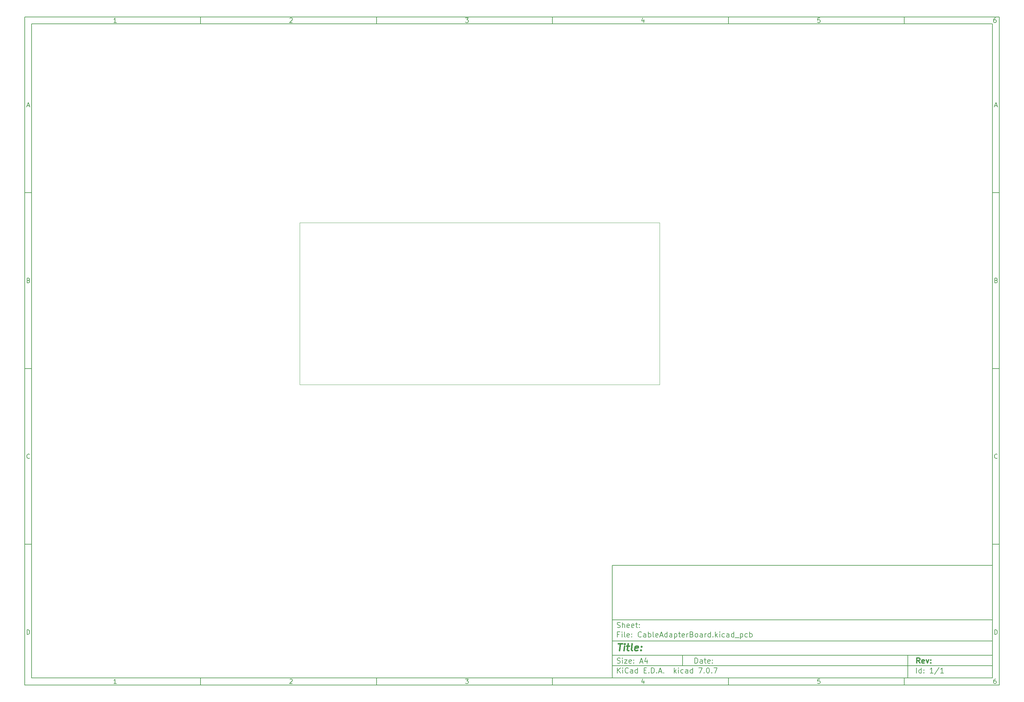
<source format=gbr>
%TF.GenerationSoftware,KiCad,Pcbnew,7.0.7*%
%TF.CreationDate,2023-10-12T14:51:16-07:00*%
%TF.ProjectId,CableAdapterBoard,4361626c-6541-4646-9170-746572426f61,rev?*%
%TF.SameCoordinates,Original*%
%TF.FileFunction,Paste,Bot*%
%TF.FilePolarity,Positive*%
%FSLAX46Y46*%
G04 Gerber Fmt 4.6, Leading zero omitted, Abs format (unit mm)*
G04 Created by KiCad (PCBNEW 7.0.7) date 2023-10-12 14:51:16*
%MOMM*%
%LPD*%
G01*
G04 APERTURE LIST*
%ADD10C,0.100000*%
%ADD11C,0.150000*%
%ADD12C,0.300000*%
%ADD13C,0.400000*%
%TA.AperFunction,Profile*%
%ADD14C,0.100000*%
%TD*%
G04 APERTURE END LIST*
D10*
D11*
X177002200Y-166007200D02*
X285002200Y-166007200D01*
X285002200Y-198007200D01*
X177002200Y-198007200D01*
X177002200Y-166007200D01*
D10*
D11*
X10000000Y-10000000D02*
X287002200Y-10000000D01*
X287002200Y-200007200D01*
X10000000Y-200007200D01*
X10000000Y-10000000D01*
D10*
D11*
X12000000Y-12000000D02*
X285002200Y-12000000D01*
X285002200Y-198007200D01*
X12000000Y-198007200D01*
X12000000Y-12000000D01*
D10*
D11*
X60000000Y-12000000D02*
X60000000Y-10000000D01*
D10*
D11*
X110000000Y-12000000D02*
X110000000Y-10000000D01*
D10*
D11*
X160000000Y-12000000D02*
X160000000Y-10000000D01*
D10*
D11*
X210000000Y-12000000D02*
X210000000Y-10000000D01*
D10*
D11*
X260000000Y-12000000D02*
X260000000Y-10000000D01*
D10*
D11*
X36089160Y-11593604D02*
X35346303Y-11593604D01*
X35717731Y-11593604D02*
X35717731Y-10293604D01*
X35717731Y-10293604D02*
X35593922Y-10479319D01*
X35593922Y-10479319D02*
X35470112Y-10603128D01*
X35470112Y-10603128D02*
X35346303Y-10665033D01*
D10*
D11*
X85346303Y-10417414D02*
X85408207Y-10355509D01*
X85408207Y-10355509D02*
X85532017Y-10293604D01*
X85532017Y-10293604D02*
X85841541Y-10293604D01*
X85841541Y-10293604D02*
X85965350Y-10355509D01*
X85965350Y-10355509D02*
X86027255Y-10417414D01*
X86027255Y-10417414D02*
X86089160Y-10541223D01*
X86089160Y-10541223D02*
X86089160Y-10665033D01*
X86089160Y-10665033D02*
X86027255Y-10850747D01*
X86027255Y-10850747D02*
X85284398Y-11593604D01*
X85284398Y-11593604D02*
X86089160Y-11593604D01*
D10*
D11*
X135284398Y-10293604D02*
X136089160Y-10293604D01*
X136089160Y-10293604D02*
X135655826Y-10788842D01*
X135655826Y-10788842D02*
X135841541Y-10788842D01*
X135841541Y-10788842D02*
X135965350Y-10850747D01*
X135965350Y-10850747D02*
X136027255Y-10912652D01*
X136027255Y-10912652D02*
X136089160Y-11036461D01*
X136089160Y-11036461D02*
X136089160Y-11345985D01*
X136089160Y-11345985D02*
X136027255Y-11469795D01*
X136027255Y-11469795D02*
X135965350Y-11531700D01*
X135965350Y-11531700D02*
X135841541Y-11593604D01*
X135841541Y-11593604D02*
X135470112Y-11593604D01*
X135470112Y-11593604D02*
X135346303Y-11531700D01*
X135346303Y-11531700D02*
X135284398Y-11469795D01*
D10*
D11*
X185965350Y-10726938D02*
X185965350Y-11593604D01*
X185655826Y-10231700D02*
X185346303Y-11160271D01*
X185346303Y-11160271D02*
X186151064Y-11160271D01*
D10*
D11*
X236027255Y-10293604D02*
X235408207Y-10293604D01*
X235408207Y-10293604D02*
X235346303Y-10912652D01*
X235346303Y-10912652D02*
X235408207Y-10850747D01*
X235408207Y-10850747D02*
X235532017Y-10788842D01*
X235532017Y-10788842D02*
X235841541Y-10788842D01*
X235841541Y-10788842D02*
X235965350Y-10850747D01*
X235965350Y-10850747D02*
X236027255Y-10912652D01*
X236027255Y-10912652D02*
X236089160Y-11036461D01*
X236089160Y-11036461D02*
X236089160Y-11345985D01*
X236089160Y-11345985D02*
X236027255Y-11469795D01*
X236027255Y-11469795D02*
X235965350Y-11531700D01*
X235965350Y-11531700D02*
X235841541Y-11593604D01*
X235841541Y-11593604D02*
X235532017Y-11593604D01*
X235532017Y-11593604D02*
X235408207Y-11531700D01*
X235408207Y-11531700D02*
X235346303Y-11469795D01*
D10*
D11*
X285965350Y-10293604D02*
X285717731Y-10293604D01*
X285717731Y-10293604D02*
X285593922Y-10355509D01*
X285593922Y-10355509D02*
X285532017Y-10417414D01*
X285532017Y-10417414D02*
X285408207Y-10603128D01*
X285408207Y-10603128D02*
X285346303Y-10850747D01*
X285346303Y-10850747D02*
X285346303Y-11345985D01*
X285346303Y-11345985D02*
X285408207Y-11469795D01*
X285408207Y-11469795D02*
X285470112Y-11531700D01*
X285470112Y-11531700D02*
X285593922Y-11593604D01*
X285593922Y-11593604D02*
X285841541Y-11593604D01*
X285841541Y-11593604D02*
X285965350Y-11531700D01*
X285965350Y-11531700D02*
X286027255Y-11469795D01*
X286027255Y-11469795D02*
X286089160Y-11345985D01*
X286089160Y-11345985D02*
X286089160Y-11036461D01*
X286089160Y-11036461D02*
X286027255Y-10912652D01*
X286027255Y-10912652D02*
X285965350Y-10850747D01*
X285965350Y-10850747D02*
X285841541Y-10788842D01*
X285841541Y-10788842D02*
X285593922Y-10788842D01*
X285593922Y-10788842D02*
X285470112Y-10850747D01*
X285470112Y-10850747D02*
X285408207Y-10912652D01*
X285408207Y-10912652D02*
X285346303Y-11036461D01*
D10*
D11*
X60000000Y-198007200D02*
X60000000Y-200007200D01*
D10*
D11*
X110000000Y-198007200D02*
X110000000Y-200007200D01*
D10*
D11*
X160000000Y-198007200D02*
X160000000Y-200007200D01*
D10*
D11*
X210000000Y-198007200D02*
X210000000Y-200007200D01*
D10*
D11*
X260000000Y-198007200D02*
X260000000Y-200007200D01*
D10*
D11*
X36089160Y-199600804D02*
X35346303Y-199600804D01*
X35717731Y-199600804D02*
X35717731Y-198300804D01*
X35717731Y-198300804D02*
X35593922Y-198486519D01*
X35593922Y-198486519D02*
X35470112Y-198610328D01*
X35470112Y-198610328D02*
X35346303Y-198672233D01*
D10*
D11*
X85346303Y-198424614D02*
X85408207Y-198362709D01*
X85408207Y-198362709D02*
X85532017Y-198300804D01*
X85532017Y-198300804D02*
X85841541Y-198300804D01*
X85841541Y-198300804D02*
X85965350Y-198362709D01*
X85965350Y-198362709D02*
X86027255Y-198424614D01*
X86027255Y-198424614D02*
X86089160Y-198548423D01*
X86089160Y-198548423D02*
X86089160Y-198672233D01*
X86089160Y-198672233D02*
X86027255Y-198857947D01*
X86027255Y-198857947D02*
X85284398Y-199600804D01*
X85284398Y-199600804D02*
X86089160Y-199600804D01*
D10*
D11*
X135284398Y-198300804D02*
X136089160Y-198300804D01*
X136089160Y-198300804D02*
X135655826Y-198796042D01*
X135655826Y-198796042D02*
X135841541Y-198796042D01*
X135841541Y-198796042D02*
X135965350Y-198857947D01*
X135965350Y-198857947D02*
X136027255Y-198919852D01*
X136027255Y-198919852D02*
X136089160Y-199043661D01*
X136089160Y-199043661D02*
X136089160Y-199353185D01*
X136089160Y-199353185D02*
X136027255Y-199476995D01*
X136027255Y-199476995D02*
X135965350Y-199538900D01*
X135965350Y-199538900D02*
X135841541Y-199600804D01*
X135841541Y-199600804D02*
X135470112Y-199600804D01*
X135470112Y-199600804D02*
X135346303Y-199538900D01*
X135346303Y-199538900D02*
X135284398Y-199476995D01*
D10*
D11*
X185965350Y-198734138D02*
X185965350Y-199600804D01*
X185655826Y-198238900D02*
X185346303Y-199167471D01*
X185346303Y-199167471D02*
X186151064Y-199167471D01*
D10*
D11*
X236027255Y-198300804D02*
X235408207Y-198300804D01*
X235408207Y-198300804D02*
X235346303Y-198919852D01*
X235346303Y-198919852D02*
X235408207Y-198857947D01*
X235408207Y-198857947D02*
X235532017Y-198796042D01*
X235532017Y-198796042D02*
X235841541Y-198796042D01*
X235841541Y-198796042D02*
X235965350Y-198857947D01*
X235965350Y-198857947D02*
X236027255Y-198919852D01*
X236027255Y-198919852D02*
X236089160Y-199043661D01*
X236089160Y-199043661D02*
X236089160Y-199353185D01*
X236089160Y-199353185D02*
X236027255Y-199476995D01*
X236027255Y-199476995D02*
X235965350Y-199538900D01*
X235965350Y-199538900D02*
X235841541Y-199600804D01*
X235841541Y-199600804D02*
X235532017Y-199600804D01*
X235532017Y-199600804D02*
X235408207Y-199538900D01*
X235408207Y-199538900D02*
X235346303Y-199476995D01*
D10*
D11*
X285965350Y-198300804D02*
X285717731Y-198300804D01*
X285717731Y-198300804D02*
X285593922Y-198362709D01*
X285593922Y-198362709D02*
X285532017Y-198424614D01*
X285532017Y-198424614D02*
X285408207Y-198610328D01*
X285408207Y-198610328D02*
X285346303Y-198857947D01*
X285346303Y-198857947D02*
X285346303Y-199353185D01*
X285346303Y-199353185D02*
X285408207Y-199476995D01*
X285408207Y-199476995D02*
X285470112Y-199538900D01*
X285470112Y-199538900D02*
X285593922Y-199600804D01*
X285593922Y-199600804D02*
X285841541Y-199600804D01*
X285841541Y-199600804D02*
X285965350Y-199538900D01*
X285965350Y-199538900D02*
X286027255Y-199476995D01*
X286027255Y-199476995D02*
X286089160Y-199353185D01*
X286089160Y-199353185D02*
X286089160Y-199043661D01*
X286089160Y-199043661D02*
X286027255Y-198919852D01*
X286027255Y-198919852D02*
X285965350Y-198857947D01*
X285965350Y-198857947D02*
X285841541Y-198796042D01*
X285841541Y-198796042D02*
X285593922Y-198796042D01*
X285593922Y-198796042D02*
X285470112Y-198857947D01*
X285470112Y-198857947D02*
X285408207Y-198919852D01*
X285408207Y-198919852D02*
X285346303Y-199043661D01*
D10*
D11*
X10000000Y-60000000D02*
X12000000Y-60000000D01*
D10*
D11*
X10000000Y-110000000D02*
X12000000Y-110000000D01*
D10*
D11*
X10000000Y-160000000D02*
X12000000Y-160000000D01*
D10*
D11*
X10690476Y-35222176D02*
X11309523Y-35222176D01*
X10566666Y-35593604D02*
X10999999Y-34293604D01*
X10999999Y-34293604D02*
X11433333Y-35593604D01*
D10*
D11*
X11092857Y-84912652D02*
X11278571Y-84974557D01*
X11278571Y-84974557D02*
X11340476Y-85036461D01*
X11340476Y-85036461D02*
X11402380Y-85160271D01*
X11402380Y-85160271D02*
X11402380Y-85345985D01*
X11402380Y-85345985D02*
X11340476Y-85469795D01*
X11340476Y-85469795D02*
X11278571Y-85531700D01*
X11278571Y-85531700D02*
X11154761Y-85593604D01*
X11154761Y-85593604D02*
X10659523Y-85593604D01*
X10659523Y-85593604D02*
X10659523Y-84293604D01*
X10659523Y-84293604D02*
X11092857Y-84293604D01*
X11092857Y-84293604D02*
X11216666Y-84355509D01*
X11216666Y-84355509D02*
X11278571Y-84417414D01*
X11278571Y-84417414D02*
X11340476Y-84541223D01*
X11340476Y-84541223D02*
X11340476Y-84665033D01*
X11340476Y-84665033D02*
X11278571Y-84788842D01*
X11278571Y-84788842D02*
X11216666Y-84850747D01*
X11216666Y-84850747D02*
X11092857Y-84912652D01*
X11092857Y-84912652D02*
X10659523Y-84912652D01*
D10*
D11*
X11402380Y-135469795D02*
X11340476Y-135531700D01*
X11340476Y-135531700D02*
X11154761Y-135593604D01*
X11154761Y-135593604D02*
X11030952Y-135593604D01*
X11030952Y-135593604D02*
X10845238Y-135531700D01*
X10845238Y-135531700D02*
X10721428Y-135407890D01*
X10721428Y-135407890D02*
X10659523Y-135284080D01*
X10659523Y-135284080D02*
X10597619Y-135036461D01*
X10597619Y-135036461D02*
X10597619Y-134850747D01*
X10597619Y-134850747D02*
X10659523Y-134603128D01*
X10659523Y-134603128D02*
X10721428Y-134479319D01*
X10721428Y-134479319D02*
X10845238Y-134355509D01*
X10845238Y-134355509D02*
X11030952Y-134293604D01*
X11030952Y-134293604D02*
X11154761Y-134293604D01*
X11154761Y-134293604D02*
X11340476Y-134355509D01*
X11340476Y-134355509D02*
X11402380Y-134417414D01*
D10*
D11*
X10659523Y-185593604D02*
X10659523Y-184293604D01*
X10659523Y-184293604D02*
X10969047Y-184293604D01*
X10969047Y-184293604D02*
X11154761Y-184355509D01*
X11154761Y-184355509D02*
X11278571Y-184479319D01*
X11278571Y-184479319D02*
X11340476Y-184603128D01*
X11340476Y-184603128D02*
X11402380Y-184850747D01*
X11402380Y-184850747D02*
X11402380Y-185036461D01*
X11402380Y-185036461D02*
X11340476Y-185284080D01*
X11340476Y-185284080D02*
X11278571Y-185407890D01*
X11278571Y-185407890D02*
X11154761Y-185531700D01*
X11154761Y-185531700D02*
X10969047Y-185593604D01*
X10969047Y-185593604D02*
X10659523Y-185593604D01*
D10*
D11*
X287002200Y-60000000D02*
X285002200Y-60000000D01*
D10*
D11*
X287002200Y-110000000D02*
X285002200Y-110000000D01*
D10*
D11*
X287002200Y-160000000D02*
X285002200Y-160000000D01*
D10*
D11*
X285692676Y-35222176D02*
X286311723Y-35222176D01*
X285568866Y-35593604D02*
X286002199Y-34293604D01*
X286002199Y-34293604D02*
X286435533Y-35593604D01*
D10*
D11*
X286095057Y-84912652D02*
X286280771Y-84974557D01*
X286280771Y-84974557D02*
X286342676Y-85036461D01*
X286342676Y-85036461D02*
X286404580Y-85160271D01*
X286404580Y-85160271D02*
X286404580Y-85345985D01*
X286404580Y-85345985D02*
X286342676Y-85469795D01*
X286342676Y-85469795D02*
X286280771Y-85531700D01*
X286280771Y-85531700D02*
X286156961Y-85593604D01*
X286156961Y-85593604D02*
X285661723Y-85593604D01*
X285661723Y-85593604D02*
X285661723Y-84293604D01*
X285661723Y-84293604D02*
X286095057Y-84293604D01*
X286095057Y-84293604D02*
X286218866Y-84355509D01*
X286218866Y-84355509D02*
X286280771Y-84417414D01*
X286280771Y-84417414D02*
X286342676Y-84541223D01*
X286342676Y-84541223D02*
X286342676Y-84665033D01*
X286342676Y-84665033D02*
X286280771Y-84788842D01*
X286280771Y-84788842D02*
X286218866Y-84850747D01*
X286218866Y-84850747D02*
X286095057Y-84912652D01*
X286095057Y-84912652D02*
X285661723Y-84912652D01*
D10*
D11*
X286404580Y-135469795D02*
X286342676Y-135531700D01*
X286342676Y-135531700D02*
X286156961Y-135593604D01*
X286156961Y-135593604D02*
X286033152Y-135593604D01*
X286033152Y-135593604D02*
X285847438Y-135531700D01*
X285847438Y-135531700D02*
X285723628Y-135407890D01*
X285723628Y-135407890D02*
X285661723Y-135284080D01*
X285661723Y-135284080D02*
X285599819Y-135036461D01*
X285599819Y-135036461D02*
X285599819Y-134850747D01*
X285599819Y-134850747D02*
X285661723Y-134603128D01*
X285661723Y-134603128D02*
X285723628Y-134479319D01*
X285723628Y-134479319D02*
X285847438Y-134355509D01*
X285847438Y-134355509D02*
X286033152Y-134293604D01*
X286033152Y-134293604D02*
X286156961Y-134293604D01*
X286156961Y-134293604D02*
X286342676Y-134355509D01*
X286342676Y-134355509D02*
X286404580Y-134417414D01*
D10*
D11*
X285661723Y-185593604D02*
X285661723Y-184293604D01*
X285661723Y-184293604D02*
X285971247Y-184293604D01*
X285971247Y-184293604D02*
X286156961Y-184355509D01*
X286156961Y-184355509D02*
X286280771Y-184479319D01*
X286280771Y-184479319D02*
X286342676Y-184603128D01*
X286342676Y-184603128D02*
X286404580Y-184850747D01*
X286404580Y-184850747D02*
X286404580Y-185036461D01*
X286404580Y-185036461D02*
X286342676Y-185284080D01*
X286342676Y-185284080D02*
X286280771Y-185407890D01*
X286280771Y-185407890D02*
X286156961Y-185531700D01*
X286156961Y-185531700D02*
X285971247Y-185593604D01*
X285971247Y-185593604D02*
X285661723Y-185593604D01*
D10*
D11*
X200458026Y-193793328D02*
X200458026Y-192293328D01*
X200458026Y-192293328D02*
X200815169Y-192293328D01*
X200815169Y-192293328D02*
X201029455Y-192364757D01*
X201029455Y-192364757D02*
X201172312Y-192507614D01*
X201172312Y-192507614D02*
X201243741Y-192650471D01*
X201243741Y-192650471D02*
X201315169Y-192936185D01*
X201315169Y-192936185D02*
X201315169Y-193150471D01*
X201315169Y-193150471D02*
X201243741Y-193436185D01*
X201243741Y-193436185D02*
X201172312Y-193579042D01*
X201172312Y-193579042D02*
X201029455Y-193721900D01*
X201029455Y-193721900D02*
X200815169Y-193793328D01*
X200815169Y-193793328D02*
X200458026Y-193793328D01*
X202600884Y-193793328D02*
X202600884Y-193007614D01*
X202600884Y-193007614D02*
X202529455Y-192864757D01*
X202529455Y-192864757D02*
X202386598Y-192793328D01*
X202386598Y-192793328D02*
X202100884Y-192793328D01*
X202100884Y-192793328D02*
X201958026Y-192864757D01*
X202600884Y-193721900D02*
X202458026Y-193793328D01*
X202458026Y-193793328D02*
X202100884Y-193793328D01*
X202100884Y-193793328D02*
X201958026Y-193721900D01*
X201958026Y-193721900D02*
X201886598Y-193579042D01*
X201886598Y-193579042D02*
X201886598Y-193436185D01*
X201886598Y-193436185D02*
X201958026Y-193293328D01*
X201958026Y-193293328D02*
X202100884Y-193221900D01*
X202100884Y-193221900D02*
X202458026Y-193221900D01*
X202458026Y-193221900D02*
X202600884Y-193150471D01*
X203100884Y-192793328D02*
X203672312Y-192793328D01*
X203315169Y-192293328D02*
X203315169Y-193579042D01*
X203315169Y-193579042D02*
X203386598Y-193721900D01*
X203386598Y-193721900D02*
X203529455Y-193793328D01*
X203529455Y-193793328D02*
X203672312Y-193793328D01*
X204743741Y-193721900D02*
X204600884Y-193793328D01*
X204600884Y-193793328D02*
X204315170Y-193793328D01*
X204315170Y-193793328D02*
X204172312Y-193721900D01*
X204172312Y-193721900D02*
X204100884Y-193579042D01*
X204100884Y-193579042D02*
X204100884Y-193007614D01*
X204100884Y-193007614D02*
X204172312Y-192864757D01*
X204172312Y-192864757D02*
X204315170Y-192793328D01*
X204315170Y-192793328D02*
X204600884Y-192793328D01*
X204600884Y-192793328D02*
X204743741Y-192864757D01*
X204743741Y-192864757D02*
X204815170Y-193007614D01*
X204815170Y-193007614D02*
X204815170Y-193150471D01*
X204815170Y-193150471D02*
X204100884Y-193293328D01*
X205458026Y-193650471D02*
X205529455Y-193721900D01*
X205529455Y-193721900D02*
X205458026Y-193793328D01*
X205458026Y-193793328D02*
X205386598Y-193721900D01*
X205386598Y-193721900D02*
X205458026Y-193650471D01*
X205458026Y-193650471D02*
X205458026Y-193793328D01*
X205458026Y-192864757D02*
X205529455Y-192936185D01*
X205529455Y-192936185D02*
X205458026Y-193007614D01*
X205458026Y-193007614D02*
X205386598Y-192936185D01*
X205386598Y-192936185D02*
X205458026Y-192864757D01*
X205458026Y-192864757D02*
X205458026Y-193007614D01*
D10*
D11*
X177002200Y-194507200D02*
X285002200Y-194507200D01*
D10*
D11*
X178458026Y-196593328D02*
X178458026Y-195093328D01*
X179315169Y-196593328D02*
X178672312Y-195736185D01*
X179315169Y-195093328D02*
X178458026Y-195950471D01*
X179958026Y-196593328D02*
X179958026Y-195593328D01*
X179958026Y-195093328D02*
X179886598Y-195164757D01*
X179886598Y-195164757D02*
X179958026Y-195236185D01*
X179958026Y-195236185D02*
X180029455Y-195164757D01*
X180029455Y-195164757D02*
X179958026Y-195093328D01*
X179958026Y-195093328D02*
X179958026Y-195236185D01*
X181529455Y-196450471D02*
X181458027Y-196521900D01*
X181458027Y-196521900D02*
X181243741Y-196593328D01*
X181243741Y-196593328D02*
X181100884Y-196593328D01*
X181100884Y-196593328D02*
X180886598Y-196521900D01*
X180886598Y-196521900D02*
X180743741Y-196379042D01*
X180743741Y-196379042D02*
X180672312Y-196236185D01*
X180672312Y-196236185D02*
X180600884Y-195950471D01*
X180600884Y-195950471D02*
X180600884Y-195736185D01*
X180600884Y-195736185D02*
X180672312Y-195450471D01*
X180672312Y-195450471D02*
X180743741Y-195307614D01*
X180743741Y-195307614D02*
X180886598Y-195164757D01*
X180886598Y-195164757D02*
X181100884Y-195093328D01*
X181100884Y-195093328D02*
X181243741Y-195093328D01*
X181243741Y-195093328D02*
X181458027Y-195164757D01*
X181458027Y-195164757D02*
X181529455Y-195236185D01*
X182815170Y-196593328D02*
X182815170Y-195807614D01*
X182815170Y-195807614D02*
X182743741Y-195664757D01*
X182743741Y-195664757D02*
X182600884Y-195593328D01*
X182600884Y-195593328D02*
X182315170Y-195593328D01*
X182315170Y-195593328D02*
X182172312Y-195664757D01*
X182815170Y-196521900D02*
X182672312Y-196593328D01*
X182672312Y-196593328D02*
X182315170Y-196593328D01*
X182315170Y-196593328D02*
X182172312Y-196521900D01*
X182172312Y-196521900D02*
X182100884Y-196379042D01*
X182100884Y-196379042D02*
X182100884Y-196236185D01*
X182100884Y-196236185D02*
X182172312Y-196093328D01*
X182172312Y-196093328D02*
X182315170Y-196021900D01*
X182315170Y-196021900D02*
X182672312Y-196021900D01*
X182672312Y-196021900D02*
X182815170Y-195950471D01*
X184172313Y-196593328D02*
X184172313Y-195093328D01*
X184172313Y-196521900D02*
X184029455Y-196593328D01*
X184029455Y-196593328D02*
X183743741Y-196593328D01*
X183743741Y-196593328D02*
X183600884Y-196521900D01*
X183600884Y-196521900D02*
X183529455Y-196450471D01*
X183529455Y-196450471D02*
X183458027Y-196307614D01*
X183458027Y-196307614D02*
X183458027Y-195879042D01*
X183458027Y-195879042D02*
X183529455Y-195736185D01*
X183529455Y-195736185D02*
X183600884Y-195664757D01*
X183600884Y-195664757D02*
X183743741Y-195593328D01*
X183743741Y-195593328D02*
X184029455Y-195593328D01*
X184029455Y-195593328D02*
X184172313Y-195664757D01*
X186029455Y-195807614D02*
X186529455Y-195807614D01*
X186743741Y-196593328D02*
X186029455Y-196593328D01*
X186029455Y-196593328D02*
X186029455Y-195093328D01*
X186029455Y-195093328D02*
X186743741Y-195093328D01*
X187386598Y-196450471D02*
X187458027Y-196521900D01*
X187458027Y-196521900D02*
X187386598Y-196593328D01*
X187386598Y-196593328D02*
X187315170Y-196521900D01*
X187315170Y-196521900D02*
X187386598Y-196450471D01*
X187386598Y-196450471D02*
X187386598Y-196593328D01*
X188100884Y-196593328D02*
X188100884Y-195093328D01*
X188100884Y-195093328D02*
X188458027Y-195093328D01*
X188458027Y-195093328D02*
X188672313Y-195164757D01*
X188672313Y-195164757D02*
X188815170Y-195307614D01*
X188815170Y-195307614D02*
X188886599Y-195450471D01*
X188886599Y-195450471D02*
X188958027Y-195736185D01*
X188958027Y-195736185D02*
X188958027Y-195950471D01*
X188958027Y-195950471D02*
X188886599Y-196236185D01*
X188886599Y-196236185D02*
X188815170Y-196379042D01*
X188815170Y-196379042D02*
X188672313Y-196521900D01*
X188672313Y-196521900D02*
X188458027Y-196593328D01*
X188458027Y-196593328D02*
X188100884Y-196593328D01*
X189600884Y-196450471D02*
X189672313Y-196521900D01*
X189672313Y-196521900D02*
X189600884Y-196593328D01*
X189600884Y-196593328D02*
X189529456Y-196521900D01*
X189529456Y-196521900D02*
X189600884Y-196450471D01*
X189600884Y-196450471D02*
X189600884Y-196593328D01*
X190243742Y-196164757D02*
X190958028Y-196164757D01*
X190100885Y-196593328D02*
X190600885Y-195093328D01*
X190600885Y-195093328D02*
X191100885Y-196593328D01*
X191600884Y-196450471D02*
X191672313Y-196521900D01*
X191672313Y-196521900D02*
X191600884Y-196593328D01*
X191600884Y-196593328D02*
X191529456Y-196521900D01*
X191529456Y-196521900D02*
X191600884Y-196450471D01*
X191600884Y-196450471D02*
X191600884Y-196593328D01*
X194600884Y-196593328D02*
X194600884Y-195093328D01*
X194743742Y-196021900D02*
X195172313Y-196593328D01*
X195172313Y-195593328D02*
X194600884Y-196164757D01*
X195815170Y-196593328D02*
X195815170Y-195593328D01*
X195815170Y-195093328D02*
X195743742Y-195164757D01*
X195743742Y-195164757D02*
X195815170Y-195236185D01*
X195815170Y-195236185D02*
X195886599Y-195164757D01*
X195886599Y-195164757D02*
X195815170Y-195093328D01*
X195815170Y-195093328D02*
X195815170Y-195236185D01*
X197172314Y-196521900D02*
X197029456Y-196593328D01*
X197029456Y-196593328D02*
X196743742Y-196593328D01*
X196743742Y-196593328D02*
X196600885Y-196521900D01*
X196600885Y-196521900D02*
X196529456Y-196450471D01*
X196529456Y-196450471D02*
X196458028Y-196307614D01*
X196458028Y-196307614D02*
X196458028Y-195879042D01*
X196458028Y-195879042D02*
X196529456Y-195736185D01*
X196529456Y-195736185D02*
X196600885Y-195664757D01*
X196600885Y-195664757D02*
X196743742Y-195593328D01*
X196743742Y-195593328D02*
X197029456Y-195593328D01*
X197029456Y-195593328D02*
X197172314Y-195664757D01*
X198458028Y-196593328D02*
X198458028Y-195807614D01*
X198458028Y-195807614D02*
X198386599Y-195664757D01*
X198386599Y-195664757D02*
X198243742Y-195593328D01*
X198243742Y-195593328D02*
X197958028Y-195593328D01*
X197958028Y-195593328D02*
X197815170Y-195664757D01*
X198458028Y-196521900D02*
X198315170Y-196593328D01*
X198315170Y-196593328D02*
X197958028Y-196593328D01*
X197958028Y-196593328D02*
X197815170Y-196521900D01*
X197815170Y-196521900D02*
X197743742Y-196379042D01*
X197743742Y-196379042D02*
X197743742Y-196236185D01*
X197743742Y-196236185D02*
X197815170Y-196093328D01*
X197815170Y-196093328D02*
X197958028Y-196021900D01*
X197958028Y-196021900D02*
X198315170Y-196021900D01*
X198315170Y-196021900D02*
X198458028Y-195950471D01*
X199815171Y-196593328D02*
X199815171Y-195093328D01*
X199815171Y-196521900D02*
X199672313Y-196593328D01*
X199672313Y-196593328D02*
X199386599Y-196593328D01*
X199386599Y-196593328D02*
X199243742Y-196521900D01*
X199243742Y-196521900D02*
X199172313Y-196450471D01*
X199172313Y-196450471D02*
X199100885Y-196307614D01*
X199100885Y-196307614D02*
X199100885Y-195879042D01*
X199100885Y-195879042D02*
X199172313Y-195736185D01*
X199172313Y-195736185D02*
X199243742Y-195664757D01*
X199243742Y-195664757D02*
X199386599Y-195593328D01*
X199386599Y-195593328D02*
X199672313Y-195593328D01*
X199672313Y-195593328D02*
X199815171Y-195664757D01*
X201529456Y-195093328D02*
X202529456Y-195093328D01*
X202529456Y-195093328D02*
X201886599Y-196593328D01*
X203100884Y-196450471D02*
X203172313Y-196521900D01*
X203172313Y-196521900D02*
X203100884Y-196593328D01*
X203100884Y-196593328D02*
X203029456Y-196521900D01*
X203029456Y-196521900D02*
X203100884Y-196450471D01*
X203100884Y-196450471D02*
X203100884Y-196593328D01*
X204100885Y-195093328D02*
X204243742Y-195093328D01*
X204243742Y-195093328D02*
X204386599Y-195164757D01*
X204386599Y-195164757D02*
X204458028Y-195236185D01*
X204458028Y-195236185D02*
X204529456Y-195379042D01*
X204529456Y-195379042D02*
X204600885Y-195664757D01*
X204600885Y-195664757D02*
X204600885Y-196021900D01*
X204600885Y-196021900D02*
X204529456Y-196307614D01*
X204529456Y-196307614D02*
X204458028Y-196450471D01*
X204458028Y-196450471D02*
X204386599Y-196521900D01*
X204386599Y-196521900D02*
X204243742Y-196593328D01*
X204243742Y-196593328D02*
X204100885Y-196593328D01*
X204100885Y-196593328D02*
X203958028Y-196521900D01*
X203958028Y-196521900D02*
X203886599Y-196450471D01*
X203886599Y-196450471D02*
X203815170Y-196307614D01*
X203815170Y-196307614D02*
X203743742Y-196021900D01*
X203743742Y-196021900D02*
X203743742Y-195664757D01*
X203743742Y-195664757D02*
X203815170Y-195379042D01*
X203815170Y-195379042D02*
X203886599Y-195236185D01*
X203886599Y-195236185D02*
X203958028Y-195164757D01*
X203958028Y-195164757D02*
X204100885Y-195093328D01*
X205243741Y-196450471D02*
X205315170Y-196521900D01*
X205315170Y-196521900D02*
X205243741Y-196593328D01*
X205243741Y-196593328D02*
X205172313Y-196521900D01*
X205172313Y-196521900D02*
X205243741Y-196450471D01*
X205243741Y-196450471D02*
X205243741Y-196593328D01*
X205815170Y-195093328D02*
X206815170Y-195093328D01*
X206815170Y-195093328D02*
X206172313Y-196593328D01*
D10*
D11*
X177002200Y-191507200D02*
X285002200Y-191507200D01*
D10*
D12*
X264413853Y-193785528D02*
X263913853Y-193071242D01*
X263556710Y-193785528D02*
X263556710Y-192285528D01*
X263556710Y-192285528D02*
X264128139Y-192285528D01*
X264128139Y-192285528D02*
X264270996Y-192356957D01*
X264270996Y-192356957D02*
X264342425Y-192428385D01*
X264342425Y-192428385D02*
X264413853Y-192571242D01*
X264413853Y-192571242D02*
X264413853Y-192785528D01*
X264413853Y-192785528D02*
X264342425Y-192928385D01*
X264342425Y-192928385D02*
X264270996Y-192999814D01*
X264270996Y-192999814D02*
X264128139Y-193071242D01*
X264128139Y-193071242D02*
X263556710Y-193071242D01*
X265628139Y-193714100D02*
X265485282Y-193785528D01*
X265485282Y-193785528D02*
X265199568Y-193785528D01*
X265199568Y-193785528D02*
X265056710Y-193714100D01*
X265056710Y-193714100D02*
X264985282Y-193571242D01*
X264985282Y-193571242D02*
X264985282Y-192999814D01*
X264985282Y-192999814D02*
X265056710Y-192856957D01*
X265056710Y-192856957D02*
X265199568Y-192785528D01*
X265199568Y-192785528D02*
X265485282Y-192785528D01*
X265485282Y-192785528D02*
X265628139Y-192856957D01*
X265628139Y-192856957D02*
X265699568Y-192999814D01*
X265699568Y-192999814D02*
X265699568Y-193142671D01*
X265699568Y-193142671D02*
X264985282Y-193285528D01*
X266199567Y-192785528D02*
X266556710Y-193785528D01*
X266556710Y-193785528D02*
X266913853Y-192785528D01*
X267485281Y-193642671D02*
X267556710Y-193714100D01*
X267556710Y-193714100D02*
X267485281Y-193785528D01*
X267485281Y-193785528D02*
X267413853Y-193714100D01*
X267413853Y-193714100D02*
X267485281Y-193642671D01*
X267485281Y-193642671D02*
X267485281Y-193785528D01*
X267485281Y-192856957D02*
X267556710Y-192928385D01*
X267556710Y-192928385D02*
X267485281Y-192999814D01*
X267485281Y-192999814D02*
X267413853Y-192928385D01*
X267413853Y-192928385D02*
X267485281Y-192856957D01*
X267485281Y-192856957D02*
X267485281Y-192999814D01*
D10*
D11*
X178386598Y-193721900D02*
X178600884Y-193793328D01*
X178600884Y-193793328D02*
X178958026Y-193793328D01*
X178958026Y-193793328D02*
X179100884Y-193721900D01*
X179100884Y-193721900D02*
X179172312Y-193650471D01*
X179172312Y-193650471D02*
X179243741Y-193507614D01*
X179243741Y-193507614D02*
X179243741Y-193364757D01*
X179243741Y-193364757D02*
X179172312Y-193221900D01*
X179172312Y-193221900D02*
X179100884Y-193150471D01*
X179100884Y-193150471D02*
X178958026Y-193079042D01*
X178958026Y-193079042D02*
X178672312Y-193007614D01*
X178672312Y-193007614D02*
X178529455Y-192936185D01*
X178529455Y-192936185D02*
X178458026Y-192864757D01*
X178458026Y-192864757D02*
X178386598Y-192721900D01*
X178386598Y-192721900D02*
X178386598Y-192579042D01*
X178386598Y-192579042D02*
X178458026Y-192436185D01*
X178458026Y-192436185D02*
X178529455Y-192364757D01*
X178529455Y-192364757D02*
X178672312Y-192293328D01*
X178672312Y-192293328D02*
X179029455Y-192293328D01*
X179029455Y-192293328D02*
X179243741Y-192364757D01*
X179886597Y-193793328D02*
X179886597Y-192793328D01*
X179886597Y-192293328D02*
X179815169Y-192364757D01*
X179815169Y-192364757D02*
X179886597Y-192436185D01*
X179886597Y-192436185D02*
X179958026Y-192364757D01*
X179958026Y-192364757D02*
X179886597Y-192293328D01*
X179886597Y-192293328D02*
X179886597Y-192436185D01*
X180458026Y-192793328D02*
X181243741Y-192793328D01*
X181243741Y-192793328D02*
X180458026Y-193793328D01*
X180458026Y-193793328D02*
X181243741Y-193793328D01*
X182386598Y-193721900D02*
X182243741Y-193793328D01*
X182243741Y-193793328D02*
X181958027Y-193793328D01*
X181958027Y-193793328D02*
X181815169Y-193721900D01*
X181815169Y-193721900D02*
X181743741Y-193579042D01*
X181743741Y-193579042D02*
X181743741Y-193007614D01*
X181743741Y-193007614D02*
X181815169Y-192864757D01*
X181815169Y-192864757D02*
X181958027Y-192793328D01*
X181958027Y-192793328D02*
X182243741Y-192793328D01*
X182243741Y-192793328D02*
X182386598Y-192864757D01*
X182386598Y-192864757D02*
X182458027Y-193007614D01*
X182458027Y-193007614D02*
X182458027Y-193150471D01*
X182458027Y-193150471D02*
X181743741Y-193293328D01*
X183100883Y-193650471D02*
X183172312Y-193721900D01*
X183172312Y-193721900D02*
X183100883Y-193793328D01*
X183100883Y-193793328D02*
X183029455Y-193721900D01*
X183029455Y-193721900D02*
X183100883Y-193650471D01*
X183100883Y-193650471D02*
X183100883Y-193793328D01*
X183100883Y-192864757D02*
X183172312Y-192936185D01*
X183172312Y-192936185D02*
X183100883Y-193007614D01*
X183100883Y-193007614D02*
X183029455Y-192936185D01*
X183029455Y-192936185D02*
X183100883Y-192864757D01*
X183100883Y-192864757D02*
X183100883Y-193007614D01*
X184886598Y-193364757D02*
X185600884Y-193364757D01*
X184743741Y-193793328D02*
X185243741Y-192293328D01*
X185243741Y-192293328D02*
X185743741Y-193793328D01*
X186886598Y-192793328D02*
X186886598Y-193793328D01*
X186529455Y-192221900D02*
X186172312Y-193293328D01*
X186172312Y-193293328D02*
X187100883Y-193293328D01*
D10*
D11*
X263458026Y-196593328D02*
X263458026Y-195093328D01*
X264815170Y-196593328D02*
X264815170Y-195093328D01*
X264815170Y-196521900D02*
X264672312Y-196593328D01*
X264672312Y-196593328D02*
X264386598Y-196593328D01*
X264386598Y-196593328D02*
X264243741Y-196521900D01*
X264243741Y-196521900D02*
X264172312Y-196450471D01*
X264172312Y-196450471D02*
X264100884Y-196307614D01*
X264100884Y-196307614D02*
X264100884Y-195879042D01*
X264100884Y-195879042D02*
X264172312Y-195736185D01*
X264172312Y-195736185D02*
X264243741Y-195664757D01*
X264243741Y-195664757D02*
X264386598Y-195593328D01*
X264386598Y-195593328D02*
X264672312Y-195593328D01*
X264672312Y-195593328D02*
X264815170Y-195664757D01*
X265529455Y-196450471D02*
X265600884Y-196521900D01*
X265600884Y-196521900D02*
X265529455Y-196593328D01*
X265529455Y-196593328D02*
X265458027Y-196521900D01*
X265458027Y-196521900D02*
X265529455Y-196450471D01*
X265529455Y-196450471D02*
X265529455Y-196593328D01*
X265529455Y-195664757D02*
X265600884Y-195736185D01*
X265600884Y-195736185D02*
X265529455Y-195807614D01*
X265529455Y-195807614D02*
X265458027Y-195736185D01*
X265458027Y-195736185D02*
X265529455Y-195664757D01*
X265529455Y-195664757D02*
X265529455Y-195807614D01*
X268172313Y-196593328D02*
X267315170Y-196593328D01*
X267743741Y-196593328D02*
X267743741Y-195093328D01*
X267743741Y-195093328D02*
X267600884Y-195307614D01*
X267600884Y-195307614D02*
X267458027Y-195450471D01*
X267458027Y-195450471D02*
X267315170Y-195521900D01*
X269886598Y-195021900D02*
X268600884Y-196950471D01*
X271172313Y-196593328D02*
X270315170Y-196593328D01*
X270743741Y-196593328D02*
X270743741Y-195093328D01*
X270743741Y-195093328D02*
X270600884Y-195307614D01*
X270600884Y-195307614D02*
X270458027Y-195450471D01*
X270458027Y-195450471D02*
X270315170Y-195521900D01*
D10*
D11*
X177002200Y-187507200D02*
X285002200Y-187507200D01*
D10*
D13*
X178693928Y-188211638D02*
X179836785Y-188211638D01*
X179015357Y-190211638D02*
X179265357Y-188211638D01*
X180253452Y-190211638D02*
X180420119Y-188878304D01*
X180503452Y-188211638D02*
X180396309Y-188306876D01*
X180396309Y-188306876D02*
X180479643Y-188402114D01*
X180479643Y-188402114D02*
X180586786Y-188306876D01*
X180586786Y-188306876D02*
X180503452Y-188211638D01*
X180503452Y-188211638D02*
X180479643Y-188402114D01*
X181086786Y-188878304D02*
X181848690Y-188878304D01*
X181455833Y-188211638D02*
X181241548Y-189925923D01*
X181241548Y-189925923D02*
X181312976Y-190116400D01*
X181312976Y-190116400D02*
X181491548Y-190211638D01*
X181491548Y-190211638D02*
X181682024Y-190211638D01*
X182634405Y-190211638D02*
X182455833Y-190116400D01*
X182455833Y-190116400D02*
X182384405Y-189925923D01*
X182384405Y-189925923D02*
X182598690Y-188211638D01*
X184170119Y-190116400D02*
X183967738Y-190211638D01*
X183967738Y-190211638D02*
X183586785Y-190211638D01*
X183586785Y-190211638D02*
X183408214Y-190116400D01*
X183408214Y-190116400D02*
X183336785Y-189925923D01*
X183336785Y-189925923D02*
X183432024Y-189164019D01*
X183432024Y-189164019D02*
X183551071Y-188973542D01*
X183551071Y-188973542D02*
X183753452Y-188878304D01*
X183753452Y-188878304D02*
X184134404Y-188878304D01*
X184134404Y-188878304D02*
X184312976Y-188973542D01*
X184312976Y-188973542D02*
X184384404Y-189164019D01*
X184384404Y-189164019D02*
X184360595Y-189354495D01*
X184360595Y-189354495D02*
X183384404Y-189544971D01*
X185134405Y-190021161D02*
X185217738Y-190116400D01*
X185217738Y-190116400D02*
X185110595Y-190211638D01*
X185110595Y-190211638D02*
X185027262Y-190116400D01*
X185027262Y-190116400D02*
X185134405Y-190021161D01*
X185134405Y-190021161D02*
X185110595Y-190211638D01*
X185265357Y-188973542D02*
X185348690Y-189068780D01*
X185348690Y-189068780D02*
X185241548Y-189164019D01*
X185241548Y-189164019D02*
X185158214Y-189068780D01*
X185158214Y-189068780D02*
X185265357Y-188973542D01*
X185265357Y-188973542D02*
X185241548Y-189164019D01*
D10*
D11*
X178958026Y-185607614D02*
X178458026Y-185607614D01*
X178458026Y-186393328D02*
X178458026Y-184893328D01*
X178458026Y-184893328D02*
X179172312Y-184893328D01*
X179743740Y-186393328D02*
X179743740Y-185393328D01*
X179743740Y-184893328D02*
X179672312Y-184964757D01*
X179672312Y-184964757D02*
X179743740Y-185036185D01*
X179743740Y-185036185D02*
X179815169Y-184964757D01*
X179815169Y-184964757D02*
X179743740Y-184893328D01*
X179743740Y-184893328D02*
X179743740Y-185036185D01*
X180672312Y-186393328D02*
X180529455Y-186321900D01*
X180529455Y-186321900D02*
X180458026Y-186179042D01*
X180458026Y-186179042D02*
X180458026Y-184893328D01*
X181815169Y-186321900D02*
X181672312Y-186393328D01*
X181672312Y-186393328D02*
X181386598Y-186393328D01*
X181386598Y-186393328D02*
X181243740Y-186321900D01*
X181243740Y-186321900D02*
X181172312Y-186179042D01*
X181172312Y-186179042D02*
X181172312Y-185607614D01*
X181172312Y-185607614D02*
X181243740Y-185464757D01*
X181243740Y-185464757D02*
X181386598Y-185393328D01*
X181386598Y-185393328D02*
X181672312Y-185393328D01*
X181672312Y-185393328D02*
X181815169Y-185464757D01*
X181815169Y-185464757D02*
X181886598Y-185607614D01*
X181886598Y-185607614D02*
X181886598Y-185750471D01*
X181886598Y-185750471D02*
X181172312Y-185893328D01*
X182529454Y-186250471D02*
X182600883Y-186321900D01*
X182600883Y-186321900D02*
X182529454Y-186393328D01*
X182529454Y-186393328D02*
X182458026Y-186321900D01*
X182458026Y-186321900D02*
X182529454Y-186250471D01*
X182529454Y-186250471D02*
X182529454Y-186393328D01*
X182529454Y-185464757D02*
X182600883Y-185536185D01*
X182600883Y-185536185D02*
X182529454Y-185607614D01*
X182529454Y-185607614D02*
X182458026Y-185536185D01*
X182458026Y-185536185D02*
X182529454Y-185464757D01*
X182529454Y-185464757D02*
X182529454Y-185607614D01*
X185243740Y-186250471D02*
X185172312Y-186321900D01*
X185172312Y-186321900D02*
X184958026Y-186393328D01*
X184958026Y-186393328D02*
X184815169Y-186393328D01*
X184815169Y-186393328D02*
X184600883Y-186321900D01*
X184600883Y-186321900D02*
X184458026Y-186179042D01*
X184458026Y-186179042D02*
X184386597Y-186036185D01*
X184386597Y-186036185D02*
X184315169Y-185750471D01*
X184315169Y-185750471D02*
X184315169Y-185536185D01*
X184315169Y-185536185D02*
X184386597Y-185250471D01*
X184386597Y-185250471D02*
X184458026Y-185107614D01*
X184458026Y-185107614D02*
X184600883Y-184964757D01*
X184600883Y-184964757D02*
X184815169Y-184893328D01*
X184815169Y-184893328D02*
X184958026Y-184893328D01*
X184958026Y-184893328D02*
X185172312Y-184964757D01*
X185172312Y-184964757D02*
X185243740Y-185036185D01*
X186529455Y-186393328D02*
X186529455Y-185607614D01*
X186529455Y-185607614D02*
X186458026Y-185464757D01*
X186458026Y-185464757D02*
X186315169Y-185393328D01*
X186315169Y-185393328D02*
X186029455Y-185393328D01*
X186029455Y-185393328D02*
X185886597Y-185464757D01*
X186529455Y-186321900D02*
X186386597Y-186393328D01*
X186386597Y-186393328D02*
X186029455Y-186393328D01*
X186029455Y-186393328D02*
X185886597Y-186321900D01*
X185886597Y-186321900D02*
X185815169Y-186179042D01*
X185815169Y-186179042D02*
X185815169Y-186036185D01*
X185815169Y-186036185D02*
X185886597Y-185893328D01*
X185886597Y-185893328D02*
X186029455Y-185821900D01*
X186029455Y-185821900D02*
X186386597Y-185821900D01*
X186386597Y-185821900D02*
X186529455Y-185750471D01*
X187243740Y-186393328D02*
X187243740Y-184893328D01*
X187243740Y-185464757D02*
X187386598Y-185393328D01*
X187386598Y-185393328D02*
X187672312Y-185393328D01*
X187672312Y-185393328D02*
X187815169Y-185464757D01*
X187815169Y-185464757D02*
X187886598Y-185536185D01*
X187886598Y-185536185D02*
X187958026Y-185679042D01*
X187958026Y-185679042D02*
X187958026Y-186107614D01*
X187958026Y-186107614D02*
X187886598Y-186250471D01*
X187886598Y-186250471D02*
X187815169Y-186321900D01*
X187815169Y-186321900D02*
X187672312Y-186393328D01*
X187672312Y-186393328D02*
X187386598Y-186393328D01*
X187386598Y-186393328D02*
X187243740Y-186321900D01*
X188815169Y-186393328D02*
X188672312Y-186321900D01*
X188672312Y-186321900D02*
X188600883Y-186179042D01*
X188600883Y-186179042D02*
X188600883Y-184893328D01*
X189958026Y-186321900D02*
X189815169Y-186393328D01*
X189815169Y-186393328D02*
X189529455Y-186393328D01*
X189529455Y-186393328D02*
X189386597Y-186321900D01*
X189386597Y-186321900D02*
X189315169Y-186179042D01*
X189315169Y-186179042D02*
X189315169Y-185607614D01*
X189315169Y-185607614D02*
X189386597Y-185464757D01*
X189386597Y-185464757D02*
X189529455Y-185393328D01*
X189529455Y-185393328D02*
X189815169Y-185393328D01*
X189815169Y-185393328D02*
X189958026Y-185464757D01*
X189958026Y-185464757D02*
X190029455Y-185607614D01*
X190029455Y-185607614D02*
X190029455Y-185750471D01*
X190029455Y-185750471D02*
X189315169Y-185893328D01*
X190600883Y-185964757D02*
X191315169Y-185964757D01*
X190458026Y-186393328D02*
X190958026Y-184893328D01*
X190958026Y-184893328D02*
X191458026Y-186393328D01*
X192600883Y-186393328D02*
X192600883Y-184893328D01*
X192600883Y-186321900D02*
X192458025Y-186393328D01*
X192458025Y-186393328D02*
X192172311Y-186393328D01*
X192172311Y-186393328D02*
X192029454Y-186321900D01*
X192029454Y-186321900D02*
X191958025Y-186250471D01*
X191958025Y-186250471D02*
X191886597Y-186107614D01*
X191886597Y-186107614D02*
X191886597Y-185679042D01*
X191886597Y-185679042D02*
X191958025Y-185536185D01*
X191958025Y-185536185D02*
X192029454Y-185464757D01*
X192029454Y-185464757D02*
X192172311Y-185393328D01*
X192172311Y-185393328D02*
X192458025Y-185393328D01*
X192458025Y-185393328D02*
X192600883Y-185464757D01*
X193958026Y-186393328D02*
X193958026Y-185607614D01*
X193958026Y-185607614D02*
X193886597Y-185464757D01*
X193886597Y-185464757D02*
X193743740Y-185393328D01*
X193743740Y-185393328D02*
X193458026Y-185393328D01*
X193458026Y-185393328D02*
X193315168Y-185464757D01*
X193958026Y-186321900D02*
X193815168Y-186393328D01*
X193815168Y-186393328D02*
X193458026Y-186393328D01*
X193458026Y-186393328D02*
X193315168Y-186321900D01*
X193315168Y-186321900D02*
X193243740Y-186179042D01*
X193243740Y-186179042D02*
X193243740Y-186036185D01*
X193243740Y-186036185D02*
X193315168Y-185893328D01*
X193315168Y-185893328D02*
X193458026Y-185821900D01*
X193458026Y-185821900D02*
X193815168Y-185821900D01*
X193815168Y-185821900D02*
X193958026Y-185750471D01*
X194672311Y-185393328D02*
X194672311Y-186893328D01*
X194672311Y-185464757D02*
X194815169Y-185393328D01*
X194815169Y-185393328D02*
X195100883Y-185393328D01*
X195100883Y-185393328D02*
X195243740Y-185464757D01*
X195243740Y-185464757D02*
X195315169Y-185536185D01*
X195315169Y-185536185D02*
X195386597Y-185679042D01*
X195386597Y-185679042D02*
X195386597Y-186107614D01*
X195386597Y-186107614D02*
X195315169Y-186250471D01*
X195315169Y-186250471D02*
X195243740Y-186321900D01*
X195243740Y-186321900D02*
X195100883Y-186393328D01*
X195100883Y-186393328D02*
X194815169Y-186393328D01*
X194815169Y-186393328D02*
X194672311Y-186321900D01*
X195815169Y-185393328D02*
X196386597Y-185393328D01*
X196029454Y-184893328D02*
X196029454Y-186179042D01*
X196029454Y-186179042D02*
X196100883Y-186321900D01*
X196100883Y-186321900D02*
X196243740Y-186393328D01*
X196243740Y-186393328D02*
X196386597Y-186393328D01*
X197458026Y-186321900D02*
X197315169Y-186393328D01*
X197315169Y-186393328D02*
X197029455Y-186393328D01*
X197029455Y-186393328D02*
X196886597Y-186321900D01*
X196886597Y-186321900D02*
X196815169Y-186179042D01*
X196815169Y-186179042D02*
X196815169Y-185607614D01*
X196815169Y-185607614D02*
X196886597Y-185464757D01*
X196886597Y-185464757D02*
X197029455Y-185393328D01*
X197029455Y-185393328D02*
X197315169Y-185393328D01*
X197315169Y-185393328D02*
X197458026Y-185464757D01*
X197458026Y-185464757D02*
X197529455Y-185607614D01*
X197529455Y-185607614D02*
X197529455Y-185750471D01*
X197529455Y-185750471D02*
X196815169Y-185893328D01*
X198172311Y-186393328D02*
X198172311Y-185393328D01*
X198172311Y-185679042D02*
X198243740Y-185536185D01*
X198243740Y-185536185D02*
X198315169Y-185464757D01*
X198315169Y-185464757D02*
X198458026Y-185393328D01*
X198458026Y-185393328D02*
X198600883Y-185393328D01*
X199600882Y-185607614D02*
X199815168Y-185679042D01*
X199815168Y-185679042D02*
X199886597Y-185750471D01*
X199886597Y-185750471D02*
X199958025Y-185893328D01*
X199958025Y-185893328D02*
X199958025Y-186107614D01*
X199958025Y-186107614D02*
X199886597Y-186250471D01*
X199886597Y-186250471D02*
X199815168Y-186321900D01*
X199815168Y-186321900D02*
X199672311Y-186393328D01*
X199672311Y-186393328D02*
X199100882Y-186393328D01*
X199100882Y-186393328D02*
X199100882Y-184893328D01*
X199100882Y-184893328D02*
X199600882Y-184893328D01*
X199600882Y-184893328D02*
X199743740Y-184964757D01*
X199743740Y-184964757D02*
X199815168Y-185036185D01*
X199815168Y-185036185D02*
X199886597Y-185179042D01*
X199886597Y-185179042D02*
X199886597Y-185321900D01*
X199886597Y-185321900D02*
X199815168Y-185464757D01*
X199815168Y-185464757D02*
X199743740Y-185536185D01*
X199743740Y-185536185D02*
X199600882Y-185607614D01*
X199600882Y-185607614D02*
X199100882Y-185607614D01*
X200815168Y-186393328D02*
X200672311Y-186321900D01*
X200672311Y-186321900D02*
X200600882Y-186250471D01*
X200600882Y-186250471D02*
X200529454Y-186107614D01*
X200529454Y-186107614D02*
X200529454Y-185679042D01*
X200529454Y-185679042D02*
X200600882Y-185536185D01*
X200600882Y-185536185D02*
X200672311Y-185464757D01*
X200672311Y-185464757D02*
X200815168Y-185393328D01*
X200815168Y-185393328D02*
X201029454Y-185393328D01*
X201029454Y-185393328D02*
X201172311Y-185464757D01*
X201172311Y-185464757D02*
X201243740Y-185536185D01*
X201243740Y-185536185D02*
X201315168Y-185679042D01*
X201315168Y-185679042D02*
X201315168Y-186107614D01*
X201315168Y-186107614D02*
X201243740Y-186250471D01*
X201243740Y-186250471D02*
X201172311Y-186321900D01*
X201172311Y-186321900D02*
X201029454Y-186393328D01*
X201029454Y-186393328D02*
X200815168Y-186393328D01*
X202600883Y-186393328D02*
X202600883Y-185607614D01*
X202600883Y-185607614D02*
X202529454Y-185464757D01*
X202529454Y-185464757D02*
X202386597Y-185393328D01*
X202386597Y-185393328D02*
X202100883Y-185393328D01*
X202100883Y-185393328D02*
X201958025Y-185464757D01*
X202600883Y-186321900D02*
X202458025Y-186393328D01*
X202458025Y-186393328D02*
X202100883Y-186393328D01*
X202100883Y-186393328D02*
X201958025Y-186321900D01*
X201958025Y-186321900D02*
X201886597Y-186179042D01*
X201886597Y-186179042D02*
X201886597Y-186036185D01*
X201886597Y-186036185D02*
X201958025Y-185893328D01*
X201958025Y-185893328D02*
X202100883Y-185821900D01*
X202100883Y-185821900D02*
X202458025Y-185821900D01*
X202458025Y-185821900D02*
X202600883Y-185750471D01*
X203315168Y-186393328D02*
X203315168Y-185393328D01*
X203315168Y-185679042D02*
X203386597Y-185536185D01*
X203386597Y-185536185D02*
X203458026Y-185464757D01*
X203458026Y-185464757D02*
X203600883Y-185393328D01*
X203600883Y-185393328D02*
X203743740Y-185393328D01*
X204886597Y-186393328D02*
X204886597Y-184893328D01*
X204886597Y-186321900D02*
X204743739Y-186393328D01*
X204743739Y-186393328D02*
X204458025Y-186393328D01*
X204458025Y-186393328D02*
X204315168Y-186321900D01*
X204315168Y-186321900D02*
X204243739Y-186250471D01*
X204243739Y-186250471D02*
X204172311Y-186107614D01*
X204172311Y-186107614D02*
X204172311Y-185679042D01*
X204172311Y-185679042D02*
X204243739Y-185536185D01*
X204243739Y-185536185D02*
X204315168Y-185464757D01*
X204315168Y-185464757D02*
X204458025Y-185393328D01*
X204458025Y-185393328D02*
X204743739Y-185393328D01*
X204743739Y-185393328D02*
X204886597Y-185464757D01*
X205600882Y-186250471D02*
X205672311Y-186321900D01*
X205672311Y-186321900D02*
X205600882Y-186393328D01*
X205600882Y-186393328D02*
X205529454Y-186321900D01*
X205529454Y-186321900D02*
X205600882Y-186250471D01*
X205600882Y-186250471D02*
X205600882Y-186393328D01*
X206315168Y-186393328D02*
X206315168Y-184893328D01*
X206458026Y-185821900D02*
X206886597Y-186393328D01*
X206886597Y-185393328D02*
X206315168Y-185964757D01*
X207529454Y-186393328D02*
X207529454Y-185393328D01*
X207529454Y-184893328D02*
X207458026Y-184964757D01*
X207458026Y-184964757D02*
X207529454Y-185036185D01*
X207529454Y-185036185D02*
X207600883Y-184964757D01*
X207600883Y-184964757D02*
X207529454Y-184893328D01*
X207529454Y-184893328D02*
X207529454Y-185036185D01*
X208886598Y-186321900D02*
X208743740Y-186393328D01*
X208743740Y-186393328D02*
X208458026Y-186393328D01*
X208458026Y-186393328D02*
X208315169Y-186321900D01*
X208315169Y-186321900D02*
X208243740Y-186250471D01*
X208243740Y-186250471D02*
X208172312Y-186107614D01*
X208172312Y-186107614D02*
X208172312Y-185679042D01*
X208172312Y-185679042D02*
X208243740Y-185536185D01*
X208243740Y-185536185D02*
X208315169Y-185464757D01*
X208315169Y-185464757D02*
X208458026Y-185393328D01*
X208458026Y-185393328D02*
X208743740Y-185393328D01*
X208743740Y-185393328D02*
X208886598Y-185464757D01*
X210172312Y-186393328D02*
X210172312Y-185607614D01*
X210172312Y-185607614D02*
X210100883Y-185464757D01*
X210100883Y-185464757D02*
X209958026Y-185393328D01*
X209958026Y-185393328D02*
X209672312Y-185393328D01*
X209672312Y-185393328D02*
X209529454Y-185464757D01*
X210172312Y-186321900D02*
X210029454Y-186393328D01*
X210029454Y-186393328D02*
X209672312Y-186393328D01*
X209672312Y-186393328D02*
X209529454Y-186321900D01*
X209529454Y-186321900D02*
X209458026Y-186179042D01*
X209458026Y-186179042D02*
X209458026Y-186036185D01*
X209458026Y-186036185D02*
X209529454Y-185893328D01*
X209529454Y-185893328D02*
X209672312Y-185821900D01*
X209672312Y-185821900D02*
X210029454Y-185821900D01*
X210029454Y-185821900D02*
X210172312Y-185750471D01*
X211529455Y-186393328D02*
X211529455Y-184893328D01*
X211529455Y-186321900D02*
X211386597Y-186393328D01*
X211386597Y-186393328D02*
X211100883Y-186393328D01*
X211100883Y-186393328D02*
X210958026Y-186321900D01*
X210958026Y-186321900D02*
X210886597Y-186250471D01*
X210886597Y-186250471D02*
X210815169Y-186107614D01*
X210815169Y-186107614D02*
X210815169Y-185679042D01*
X210815169Y-185679042D02*
X210886597Y-185536185D01*
X210886597Y-185536185D02*
X210958026Y-185464757D01*
X210958026Y-185464757D02*
X211100883Y-185393328D01*
X211100883Y-185393328D02*
X211386597Y-185393328D01*
X211386597Y-185393328D02*
X211529455Y-185464757D01*
X211886598Y-186536185D02*
X213029455Y-186536185D01*
X213386597Y-185393328D02*
X213386597Y-186893328D01*
X213386597Y-185464757D02*
X213529455Y-185393328D01*
X213529455Y-185393328D02*
X213815169Y-185393328D01*
X213815169Y-185393328D02*
X213958026Y-185464757D01*
X213958026Y-185464757D02*
X214029455Y-185536185D01*
X214029455Y-185536185D02*
X214100883Y-185679042D01*
X214100883Y-185679042D02*
X214100883Y-186107614D01*
X214100883Y-186107614D02*
X214029455Y-186250471D01*
X214029455Y-186250471D02*
X213958026Y-186321900D01*
X213958026Y-186321900D02*
X213815169Y-186393328D01*
X213815169Y-186393328D02*
X213529455Y-186393328D01*
X213529455Y-186393328D02*
X213386597Y-186321900D01*
X215386598Y-186321900D02*
X215243740Y-186393328D01*
X215243740Y-186393328D02*
X214958026Y-186393328D01*
X214958026Y-186393328D02*
X214815169Y-186321900D01*
X214815169Y-186321900D02*
X214743740Y-186250471D01*
X214743740Y-186250471D02*
X214672312Y-186107614D01*
X214672312Y-186107614D02*
X214672312Y-185679042D01*
X214672312Y-185679042D02*
X214743740Y-185536185D01*
X214743740Y-185536185D02*
X214815169Y-185464757D01*
X214815169Y-185464757D02*
X214958026Y-185393328D01*
X214958026Y-185393328D02*
X215243740Y-185393328D01*
X215243740Y-185393328D02*
X215386598Y-185464757D01*
X216029454Y-186393328D02*
X216029454Y-184893328D01*
X216029454Y-185464757D02*
X216172312Y-185393328D01*
X216172312Y-185393328D02*
X216458026Y-185393328D01*
X216458026Y-185393328D02*
X216600883Y-185464757D01*
X216600883Y-185464757D02*
X216672312Y-185536185D01*
X216672312Y-185536185D02*
X216743740Y-185679042D01*
X216743740Y-185679042D02*
X216743740Y-186107614D01*
X216743740Y-186107614D02*
X216672312Y-186250471D01*
X216672312Y-186250471D02*
X216600883Y-186321900D01*
X216600883Y-186321900D02*
X216458026Y-186393328D01*
X216458026Y-186393328D02*
X216172312Y-186393328D01*
X216172312Y-186393328D02*
X216029454Y-186321900D01*
D10*
D11*
X177002200Y-181507200D02*
X285002200Y-181507200D01*
D10*
D11*
X178386598Y-183621900D02*
X178600884Y-183693328D01*
X178600884Y-183693328D02*
X178958026Y-183693328D01*
X178958026Y-183693328D02*
X179100884Y-183621900D01*
X179100884Y-183621900D02*
X179172312Y-183550471D01*
X179172312Y-183550471D02*
X179243741Y-183407614D01*
X179243741Y-183407614D02*
X179243741Y-183264757D01*
X179243741Y-183264757D02*
X179172312Y-183121900D01*
X179172312Y-183121900D02*
X179100884Y-183050471D01*
X179100884Y-183050471D02*
X178958026Y-182979042D01*
X178958026Y-182979042D02*
X178672312Y-182907614D01*
X178672312Y-182907614D02*
X178529455Y-182836185D01*
X178529455Y-182836185D02*
X178458026Y-182764757D01*
X178458026Y-182764757D02*
X178386598Y-182621900D01*
X178386598Y-182621900D02*
X178386598Y-182479042D01*
X178386598Y-182479042D02*
X178458026Y-182336185D01*
X178458026Y-182336185D02*
X178529455Y-182264757D01*
X178529455Y-182264757D02*
X178672312Y-182193328D01*
X178672312Y-182193328D02*
X179029455Y-182193328D01*
X179029455Y-182193328D02*
X179243741Y-182264757D01*
X179886597Y-183693328D02*
X179886597Y-182193328D01*
X180529455Y-183693328D02*
X180529455Y-182907614D01*
X180529455Y-182907614D02*
X180458026Y-182764757D01*
X180458026Y-182764757D02*
X180315169Y-182693328D01*
X180315169Y-182693328D02*
X180100883Y-182693328D01*
X180100883Y-182693328D02*
X179958026Y-182764757D01*
X179958026Y-182764757D02*
X179886597Y-182836185D01*
X181815169Y-183621900D02*
X181672312Y-183693328D01*
X181672312Y-183693328D02*
X181386598Y-183693328D01*
X181386598Y-183693328D02*
X181243740Y-183621900D01*
X181243740Y-183621900D02*
X181172312Y-183479042D01*
X181172312Y-183479042D02*
X181172312Y-182907614D01*
X181172312Y-182907614D02*
X181243740Y-182764757D01*
X181243740Y-182764757D02*
X181386598Y-182693328D01*
X181386598Y-182693328D02*
X181672312Y-182693328D01*
X181672312Y-182693328D02*
X181815169Y-182764757D01*
X181815169Y-182764757D02*
X181886598Y-182907614D01*
X181886598Y-182907614D02*
X181886598Y-183050471D01*
X181886598Y-183050471D02*
X181172312Y-183193328D01*
X183100883Y-183621900D02*
X182958026Y-183693328D01*
X182958026Y-183693328D02*
X182672312Y-183693328D01*
X182672312Y-183693328D02*
X182529454Y-183621900D01*
X182529454Y-183621900D02*
X182458026Y-183479042D01*
X182458026Y-183479042D02*
X182458026Y-182907614D01*
X182458026Y-182907614D02*
X182529454Y-182764757D01*
X182529454Y-182764757D02*
X182672312Y-182693328D01*
X182672312Y-182693328D02*
X182958026Y-182693328D01*
X182958026Y-182693328D02*
X183100883Y-182764757D01*
X183100883Y-182764757D02*
X183172312Y-182907614D01*
X183172312Y-182907614D02*
X183172312Y-183050471D01*
X183172312Y-183050471D02*
X182458026Y-183193328D01*
X183600883Y-182693328D02*
X184172311Y-182693328D01*
X183815168Y-182193328D02*
X183815168Y-183479042D01*
X183815168Y-183479042D02*
X183886597Y-183621900D01*
X183886597Y-183621900D02*
X184029454Y-183693328D01*
X184029454Y-183693328D02*
X184172311Y-183693328D01*
X184672311Y-183550471D02*
X184743740Y-183621900D01*
X184743740Y-183621900D02*
X184672311Y-183693328D01*
X184672311Y-183693328D02*
X184600883Y-183621900D01*
X184600883Y-183621900D02*
X184672311Y-183550471D01*
X184672311Y-183550471D02*
X184672311Y-183693328D01*
X184672311Y-182764757D02*
X184743740Y-182836185D01*
X184743740Y-182836185D02*
X184672311Y-182907614D01*
X184672311Y-182907614D02*
X184600883Y-182836185D01*
X184600883Y-182836185D02*
X184672311Y-182764757D01*
X184672311Y-182764757D02*
X184672311Y-182907614D01*
D10*
D12*
D10*
D11*
D10*
D11*
D10*
D11*
D10*
D11*
D10*
D11*
X197002200Y-191507200D02*
X197002200Y-194507200D01*
D10*
D11*
X261002200Y-191507200D02*
X261002200Y-198007200D01*
D14*
X190480000Y-68510000D02*
X190480000Y-114600000D01*
X190480000Y-114600000D02*
X88130000Y-114600000D01*
X88130000Y-114600000D02*
X88130000Y-68510000D01*
X88130000Y-68510000D02*
X162400000Y-68510000D01*
X162400000Y-68510000D02*
X190480000Y-68510000D01*
M02*

</source>
